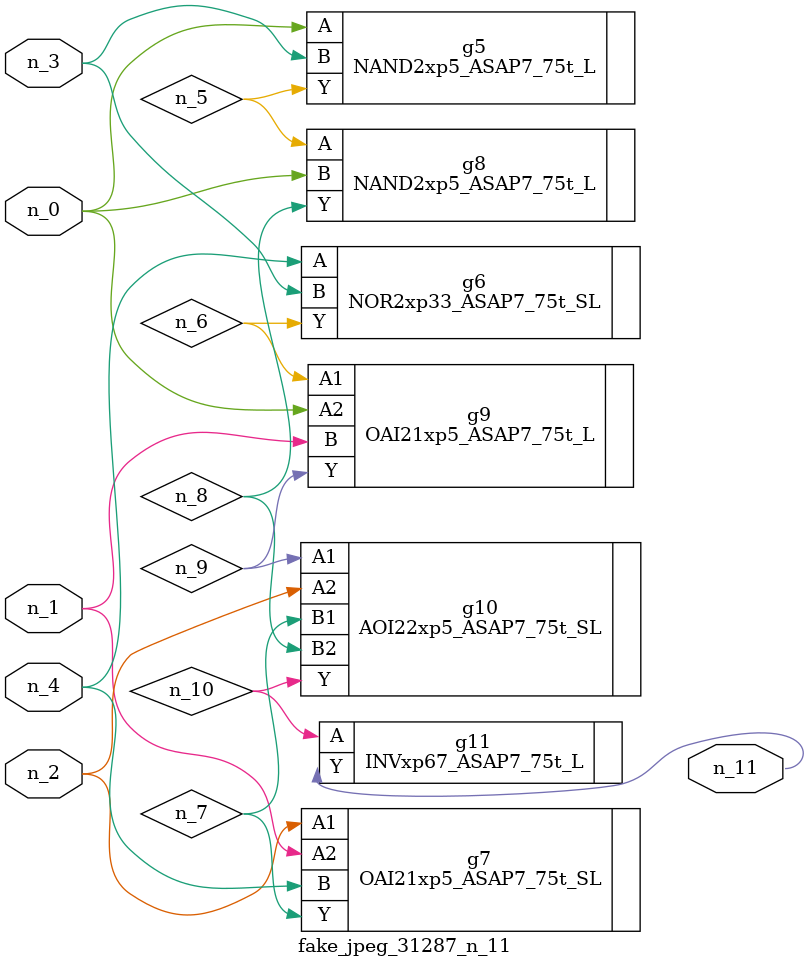
<source format=v>
module fake_jpeg_31287_n_11 (n_3, n_2, n_1, n_0, n_4, n_11);

input n_3;
input n_2;
input n_1;
input n_0;
input n_4;

output n_11;

wire n_10;
wire n_8;
wire n_9;
wire n_6;
wire n_5;
wire n_7;

NAND2xp5_ASAP7_75t_L g5 ( 
.A(n_0),
.B(n_3),
.Y(n_5)
);

NOR2xp33_ASAP7_75t_SL g6 ( 
.A(n_4),
.B(n_3),
.Y(n_6)
);

OAI21xp5_ASAP7_75t_SL g7 ( 
.A1(n_2),
.A2(n_1),
.B(n_4),
.Y(n_7)
);

NAND2xp5_ASAP7_75t_L g8 ( 
.A(n_5),
.B(n_0),
.Y(n_8)
);

OAI21xp5_ASAP7_75t_L g9 ( 
.A1(n_6),
.A2(n_0),
.B(n_1),
.Y(n_9)
);

AOI22xp5_ASAP7_75t_SL g10 ( 
.A1(n_9),
.A2(n_2),
.B1(n_7),
.B2(n_8),
.Y(n_10)
);

INVxp67_ASAP7_75t_L g11 ( 
.A(n_10),
.Y(n_11)
);


endmodule
</source>
